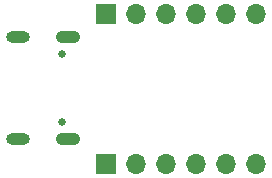
<source format=gbr>
%TF.GenerationSoftware,KiCad,Pcbnew,(6.0.5-0)*%
%TF.CreationDate,2022-07-11T15:28:30+02:00*%
%TF.ProjectId,USB-C-breakout,5553422d-432d-4627-9265-616b6f75742e,rev?*%
%TF.SameCoordinates,Original*%
%TF.FileFunction,Soldermask,Bot*%
%TF.FilePolarity,Negative*%
%FSLAX46Y46*%
G04 Gerber Fmt 4.6, Leading zero omitted, Abs format (unit mm)*
G04 Created by KiCad (PCBNEW (6.0.5-0)) date 2022-07-11 15:28:30*
%MOMM*%
%LPD*%
G01*
G04 APERTURE LIST*
%ADD10C,0.650000*%
%ADD11O,2.100000X1.050000*%
%ADD12O,2.000000X1.000000*%
%ADD13R,1.700000X1.700000*%
%ADD14O,1.700000X1.700000*%
G04 APERTURE END LIST*
D10*
%TO.C,J1*%
X134680000Y-87890000D03*
X134680000Y-82110000D03*
D11*
X135180000Y-80680000D03*
D12*
X131000000Y-80680000D03*
X131000000Y-89320000D03*
D11*
X135180000Y-89320000D03*
%TD*%
D13*
%TO.C,J2*%
X138430000Y-91440000D03*
D14*
X140970000Y-91440000D03*
X143510000Y-91440000D03*
X146050000Y-91440000D03*
X148590000Y-91440000D03*
X151130000Y-91440000D03*
%TD*%
D13*
%TO.C,J3*%
X138430000Y-78740000D03*
D14*
X140970000Y-78740000D03*
X143510000Y-78740000D03*
X146050000Y-78740000D03*
X148590000Y-78740000D03*
X151130000Y-78740000D03*
%TD*%
M02*

</source>
